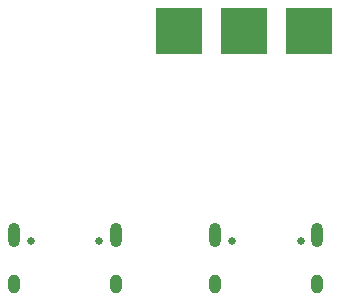
<source format=gbr>
%TF.GenerationSoftware,KiCad,Pcbnew,8.99.0-2194-gb3b7cbcab2*%
%TF.CreationDate,2024-11-16T00:43:09-05:00*%
%TF.ProjectId,minifoc esc,6d696e69-666f-4632-9065-73632e6b6963,V1.0*%
%TF.SameCoordinates,Original*%
%TF.FileFunction,Soldermask,Bot*%
%TF.FilePolarity,Negative*%
%FSLAX46Y46*%
G04 Gerber Fmt 4.6, Leading zero omitted, Abs format (unit mm)*
G04 Created by KiCad (PCBNEW 8.99.0-2194-gb3b7cbcab2) date 2024-11-16 00:43:09*
%MOMM*%
%LPD*%
G01*
G04 APERTURE LIST*
%ADD10C,0.650000*%
%ADD11O,1.000000X2.100000*%
%ADD12O,1.000000X1.600000*%
%ADD13R,4.000000X4.000000*%
G04 APERTURE END LIST*
D10*
%TO.C,J6*%
X153700000Y-108110000D03*
X159480000Y-108110000D03*
D11*
X152270000Y-107580000D03*
D12*
X152270000Y-111760000D03*
D11*
X160910000Y-107580000D03*
D12*
X160910000Y-111760000D03*
%TD*%
D13*
%TO.C,J2*%
X160170000Y-90302000D03*
X154670000Y-90302000D03*
X149170000Y-90302000D03*
%TD*%
D10*
%TO.C,J4*%
X136650000Y-108110000D03*
X142430000Y-108110000D03*
D11*
X135220000Y-107580000D03*
D12*
X135220000Y-111760000D03*
D11*
X143860000Y-107580000D03*
D12*
X143860000Y-111760000D03*
%TD*%
M02*

</source>
